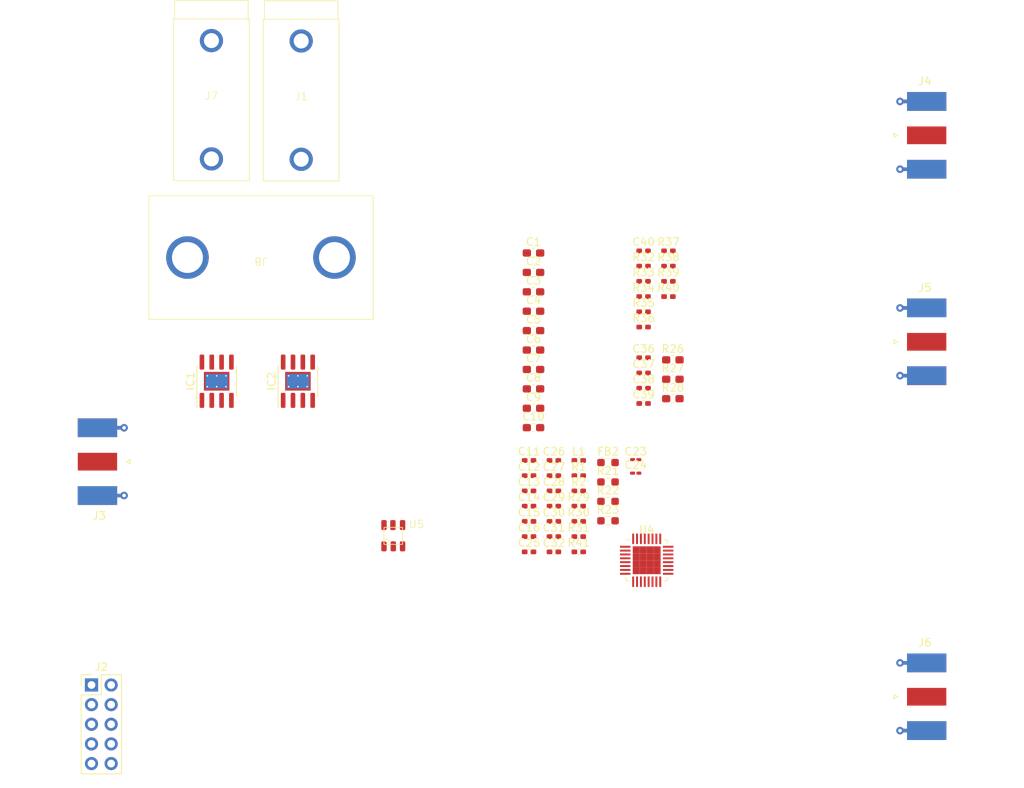
<source format=kicad_pcb>
(kicad_pcb (version 20221018) (generator pcbnew)
  (layers (0 "F.Cu" signal) (31 "B.Cu" signal) (34 "B.Paste" user) (35 "F.Paste" user) (36 "B.SilkS" user "B.Silkscreen") (37 "F.SilkS" user "F.Silkscreen") (38 "B.Mask" user) (39 "F.Mask" user) (44 "Edge.Cuts" user))
  (net 0 "")
  (net 1 "/Connectors/V_DC")
  (net 2 "GND")
  (net 3 "Net-(IC2-BYP)")
  (net 4 "Net-(IC2-VREG)")
  (net 5 "+5V")
  (net 6 "Net-(IC2-REF)")
  (net 7 "Net-(IC1-VREG)")
  (net 8 "Net-(IC1-BYP)")
  (net 9 "+3V3")
  (net 10 "Net-(IC1-REF)")
  (net 11 "Net-(U4-RFoutA+)")
  (net 12 "/ADF5355/RFout1")
  (net 13 "Net-(U4-RFoutB)")
  (net 14 "/ADF5355/RFout3")
  (net 15 "Net-(U4-Vbias)")
  (net 16 "Net-(U4-Vref)")
  (net 17 "Net-(U4-Creg2)")
  (net 18 "Net-(U4-Creg1)")
  (net 19 "Net-(C31-Pad1)")
  (net 20 "/ADF5355/PLL_filter/FilterIn")
  (net 21 "Net-(C36-Pad2)")
  (net 22 "Net-(C38-Pad1)")
  (net 23 "/ADF5355/PLL_filter/FilterOut")
  (net 24 "Net-(U4-Vrf)")
  (net 27 "/Connectors/SPI_MISO")
  (net 28 "/Connectors/SPI_NSS")
  (net 29 "/ADF5355/Vrf")
  (net 30 "Net-(U4-RFoutA-)")
  (net 31 "/ADF5355/RFout2")
  (net 32 "Net-(R2-Pad1)")
  (net 33 "Net-(U4-Rset)")
  (net 34 "/ADF5355/RFin")
  (net 35 "Net-(U4-REFinA)")
  (net 36 "/ADF5355/TCXO/Output")
  (net 37 "Net-(U4-REFinB)")
  (net 38 "/ADF5355/TCXO/~Output")
  (net 39 "Net-(U5-Output)")
  (net 40 "Net-(U5-~Output)")
  (net 41 "/ADF5355/CLK")
  (net 42 "/ADF5355/DATA")
  (net 43 "/ADF5355/LE")
  (net 44 "/ADF5355/CE")
  (net 45 "/ADF5355/ENrf")
  (net 46 "/ADF5355/MUXout")
  (footprint "Resistor_SMD:R_0603_1608Metric_Pad0.98x0.95mm_HandSolder" (layer "F.Cu") (at 133.25 93.645)
    (fp_text reference "R23" (at 0 -1.43) (layer "F.SilkS"))
    (fp_text value "4k7")
    (pad "1" smd roundrect (at -0.9125 0) (size 0.975 0.95) (layers "F.Cu" "F.Paste" "F.Mask") (net 33 "Net-(U4-Rset)"))
    (pad "2" smd roundrect (at 0.9125 0) (size 0.975 0.95) (layers "F.Cu" "F.Paste" "F.Mask") (net 2 "GND"))
  )
  (footprint "ADF5355_footprint_lib:QFN-32_EP_5x5_Pitch0.5mm" (layer "F.Cu") (at 138.25 98.75)
    (fp_text reference "U4" (at 0 -3.95) (layer "F.SilkS"))
    (fp_text value "~")
    (pad "1" smd rect (at -2.775 -1.75 90) (size 0.25 1.35) (layers "F.Cu" "F.Paste" "F.Mask") (net 41 "/ADF5355/CLK"))
    (pad "2" smd rect (at -2.775 -1.25 90) (size 0.25 1.35) (layers "F.Cu" "F.Paste" "F.Mask") (net 42 "/ADF5355/DATA"))
    (pad "3" smd rect (at -2.775 -0.75 90) (size 0.25 1.35) (layers "F.Cu" "F.Paste" "F.Mask") (net 43 "/ADF5355/LE"))
    (pad "4" smd rect (at -2.775 -0.25 90) (size 0.25 1.35) (layers "F.Cu" "F.Paste" "F.Mask") (net 44 "/ADF5355/CE"))
    (pad "5" smd rect (at -2.775 0.25 90) (size 0.25 1.35) (layers "F.Cu" "F.Paste" "F.Mask") (net 9 "+3V3"))
    (pad "6" smd rect (at -2.775 0.75 90) (size 0.25 1.35) (layers "F.Cu" "F.Paste" "F.Mask") (net 5 "+5V"))
    (pad "7" smd rect (at -2.775 1.25 90) (size 0.25 1.35) (layers "F.Cu" "F.Paste" "F.Mask") (net 20 "/ADF5355/PLL_filter/FilterIn"))
    (pad "8" smd rect (at -2.775 1.75 90) (size 0.25 1.35) (layers "F.Cu" "F.Paste" "F.Mask") (net 2 "GND"))
    (pad "9" smd rect (at -1.75 2.775) (size 0.25 1.35) (layers "F.Cu" "F.Paste" "F.Mask") (net 2 "GND"))
    (pad "10" smd rect (at -1.25 2.775) (size 0.25 1.35) (layers "F.Cu" "F.Paste" "F.Mask") (net 24 "Net-(U4-Vrf)"))
    (pad "11" smd rect (at -0.75 2.775) (size 0.25 1.35) (layers "F.Cu" "F.Paste" "F.Mask") (net 11 "Net-(U4-RFoutA+)"))
    (pad "12" smd rect (at -0.25 2.775) (size 0.25 1.35) (layers "F.Cu" "F.Paste" "F.Mask") (net 30 "Net-(U4-RFoutA-)"))
    (pad "13" smd rect (at 0.25 2.775) (size 0.25 1.35) (layers "F.Cu" "F.Paste" "F.Mask") (net 2 "GND"))
    (pad "14" smd rect (at 0.75 2.775) (size 0.25 1.35) (layers "F.Cu" "F.Paste" "F.Mask") (net 13 "Net-(U4-RFoutB)"))
    (pad "15" smd rect (at 1.25 2.775) (size 0.25 1.35) (layers "F.Cu" "F.Paste" "F.Mask") (net 2 "GND"))
    (pad "16" smd rect (at 1.75 2.775) (size 0.25 1.35) (layers "F.Cu" "F.Paste" "F.Mask") (net 9 "+3V3"))
    (pad "17" smd rect (at 2.775 1.75 90) (size 0.25 1.35) (layers "F.Cu" "F.Paste" "F.Mask") (net 5 "+5V"))
    (pad "18" smd rect (at 2.775 1.25 90) (size 0.25 1.35) (layers "F.Cu" "F.Paste" "F.Mask") (net 2 "GND"))
    (pad "19" smd rect (at 2.775 0.75 90) (size 0.25 1.35) (layers "F.Cu" "F.Paste" "F.Mask") (net 5 "+5V"))
    (pad "20" smd rect (at 2.775 0.25 90) (size 0.25 1.35) (layers "F.Cu" "F.Paste" "F.Mask") (net 23 "/ADF5355/PLL_filter/FilterOut"))
    (pad "21" smd rect (at 2.775 -0.25 90) (size 0.25 1.35) (layers "F.Cu" "F.Paste" "F.Mask") (net 2 "GND"))
    (pad "22" smd rect (at 2.775 -0.75 90) (size 0.25 1.35) (layers "F.Cu" "F.Paste" "F.Mask") (net 33 "Net-(U4-Rset)"))
    (pad "23" smd rect (at 2.775 -1.25 90) (size 0.25 1.35) (layers "F.Cu" "F.Paste" "F.Mask") (net 16 "Net-(U4-Vref)"))
    (pad "24" smd rect (at 2.775 -1.75 90) (size 0.25 1.35) (layers "F.Cu" "F.Paste" "F.Mask") (net 15 "Net-(U4-Vbias)"))
    (pad "25" smd rect (at 1.75 -2.775) (size 0.25 1.35) (layers "F.Cu" "F.Paste" "F.Mask") (net 18 "Net-(U4-Creg1)"))
    (pad "26" smd rect (at 1.25 -2.775) (size 0.25 1.35) (layers "F.Cu" "F.Paste" "F.Mask") (net 45 "/ADF5355/ENrf"))
    (pad "27" smd rect (at 0.75 -2.775) (size 0.25 1.35) (layers "F.Cu" "F.Paste" "F.Mask") (net 9 "+3V3"))
    (pad "28" smd rect (at 0.25 -2.775) (size 0.25 1.35) (layers "F.Cu" "F.Paste" "F.Mask") (net 37 "Net-(U4-REFinB)"))
    (pad "29" smd rect (at -0.25 -2.775) (size 0.25 1.35) (layers "F.Cu" "F.Paste" "F.Mask") (net 35 "Net-(U4-REFinA)"))
    (pad "30" smd rect (at -0.75 -2.775) (size 0.25 1.35) (layers "F.Cu" "F.Paste" "F.Mask") (net 46 "/ADF5355/MUXout"))
    (pad "31" smd rect (at -1.25 -2.775) (size 0.25 1.35) (layers "F.Cu" "F.Paste" "F.Mask") (net 2 "GND"))
    (pad "32" smd rect (at -1.75 -2.775) (size 0.25 1.35) (layers "F.Cu" "F.Paste" "F.Mask") (net 17 "Net-(U4-Creg2)"))
    (pad "33" smd rect (at -1.35 -1.35) (size 0.9 0.9) (layers "F.Cu" "F.Paste" "F.Mask"))
    (pad "33" smd rect (at -1.35 -0.45) (size 0.9 0.9) (layers "F.Cu" "F.Paste" "F.Mask"))
    (pad "33" smd rect (at -1.35 0.45) (size 0.9 0.9) (layers "F.Cu" "F.Paste" "F.Mask"))
    (pad "33" smd rect (at -1.35 1.35) (size 0.9 0.9) (layers "F.Cu" "F.Paste" "F.Mask"))
    (pad "33" smd rect (at -0.45 -1.35) (size 0.9 0.9) (layers "F.Cu" "F.Paste" "F.Mask"))
    (pad "33" smd rect (at -0.45 -0.45) (size 0.9 0.9) (layers "F.Cu" "F.Paste" "F.Mask"))
    (pad "33" smd rect (at -0.45 0.45) (size 0.9 0.9) (layers "F.Cu" "F.Paste" "F.Mask"))
    (pad "33" smd rect (at -0.45 1.35) (size 0.9 0.9) (layers "F.Cu" "F.Paste" "F.Mask"))
    (pad "33" smd rect (at 0.45 -1.35) (size 0.9 0.9) (layers "F.Cu" "F.Paste" "F.Mask"))
    (pad "33" smd rect (at 0.45 -0.45) (size 0.9 0.9) (layers "F.Cu" "F.Paste" "F.Mask"))
    (pad "33" smd rect (at 0.45 0.45) (size 0.9 0.9) (layers "F.Cu" "F.Paste" "F.Mask"))
    (pad "33" smd rect (at 0.45 1.35) (size 0.9 0.9) (layers "F.Cu" "F.Paste" "F.Mask"))
    (pad "33" smd rect (at 1.35 -1.35) (size 0.9 0.9) (layers "F.Cu" "F.Paste" "F.Mask"))
    (pad "33" smd rect (at 1.35 -0.45) (size 0.9 0.9) (layers "F.Cu" "F.Paste" "F.Mask"))
    (pad "33" smd rect (at 1.35 0.45) (size 0.9 0.9) (layers "F.Cu" "F.Paste" "F.Mask"))
    (pad "33" smd rect (at 1.35 1.35) (size 0.9 0.9) (layers "F.Cu" "F.Paste" "F.Mask"))
  )
  (footprint "Capacitor_SMD:C_0201_0603Metric_Pad0.64x0.40mm_HandSolder" (layer "F.Cu") (at 136.83 85.735)
    (fp_text reference "C23" (at 0 -1.05) (layer "F.SilkS"))
    (fp_text value "100pF")
    (pad "1" smd roundrect (at -0.4075 0) (size 0.635 0.4) (layers "F.Cu" "F.Mask") (net 11 "Net-(U4-RFoutA+)"))
    (pad "2" smd roundrect (at 0.4075 0) (size 0.635 0.4) (layers "F.Cu" "F.Mask") (net 12 "/ADF5355/RFout1"))
  )
  (footprint "Capacitor_SMD:C_0402_1005Metric_Pad0.74x0.62mm_HandSolder" (layer "F.Cu") (at 129.47 91.755)
    (fp_text reference "R29" (at 0 -1.16) (layer "F.SilkS"))
    (fp_text value "0R")
    (pad "1" smd roundrect (at -0.5675 0) (size 0.735 0.62) (layers "F.Cu" "F.Paste" "F.Mask") (net 34 "/ADF5355/RFin"))
    (pad "2" smd roundrect (at 0.5675 0) (size 0.735 0.62) (layers "F.Cu" "F.Paste" "F.Mask") (net 35 "Net-(U4-REFinA)"))
  )
  (footprint "Capacitor_SMD:C_0603_1608Metric_Pad1.08x0.95mm_HandSolder" (layer "F.Cu") (at 123.62 69.055)
    (fp_text reference "C5" (at 0 -1.43) (layer "F.SilkS"))
    (fp_text value "10uF")
    (pad "1" smd roundrect (at -0.8625 0) (size 1.075 0.95) (layers "F.Cu" "F.Paste" "F.Mask") (net 6 "Net-(IC2-REF)"))
    (pad "2" smd roundrect (at 0.8625 0) (size 1.075 0.95) (layers "F.Cu" "F.Paste" "F.Mask") (net 2 "GND"))
  )
  (footprint "Capacitor_SMD:C_0603_1608Metric_Pad1.08x0.95mm_HandSolder" (layer "F.Cu") (at 123.62 76.585)
    (fp_text reference "C8" (at 0 -1.43) (layer "F.SilkS"))
    (fp_text value "10uF")
    (pad "1" smd roundrect (at -0.8625 0) (size 1.075 0.95) (layers "F.Cu" "F.Paste" "F.Mask") (net 9 "+3V3"))
    (pad "2" smd roundrect (at 0.8625 0) (size 1.075 0.95) (layers "F.Cu" "F.Paste" "F.Mask") (net 2 "GND"))
  )
  (footprint "Capacitor_SMD:C_0402_1005Metric_Pad0.74x0.62mm_HandSolder" (layer "F.Cu") (at 137.85 66.625)
    (fp_text reference "R35" (at 0 -1.16) (layer "F.SilkS"))
    (fp_text value "50R")
    (pad "1" smd roundrect (at -0.5675 0) (size 0.735 0.62) (layers "F.Cu" "F.Paste" "F.Mask") (net 38 "/ADF5355/TCXO/~Output"))
    (pad "2" smd roundrect (at 0.5675 0) (size 0.735 0.62) (layers "F.Cu" "F.Paste" "F.Mask") (net 2 "GND"))
  )
  (footprint "Capacitor_SMD:C_0402_1005Metric_Pad0.74x0.62mm_HandSolder" (layer "F.Cu") (at 129.47 95.695)
    (fp_text reference "R31" (at 0 -1.16) (layer "F.SilkS"))
    (fp_text value "0R")
    (pad "1" smd roundrect (at -0.5675 0) (size 0.735 0.62) (layers "F.Cu" "F.Paste" "F.Mask") (net 37 "Net-(U4-REFinB)"))
    (pad "2" smd roundrect (at 0.5675 0) (size 0.735 0.62) (layers "F.Cu" "F.Paste" "F.Mask") (net 38 "/ADF5355/TCXO/~Output"))
  )
  (footprint "Capacitor_SMD:C_0402_1005Metric_Pad0.74x0.62mm_HandSolder" (layer "F.Cu") (at 123.05 93.725)
    (fp_text reference "C15" (at 0 -1.16) (layer "F.SilkS"))
    (fp_text value "100nF")
    (pad "1" smd roundrect (at -0.5675 0) (size 0.735 0.62) (layers "F.Cu" "F.Paste" "F.Mask") (net 5 "+5V"))
    (pad "2" smd roundrect (at 0.5675 0) (size 0.735 0.62) (layers "F.Cu" "F.Paste" "F.Mask") (net 2 "GND"))
  )
  (footprint "Package_SO:SOIC-8-1EP_3.9x4.9mm_P1.27mm_EP2.41x3.3mm_ThermalVias" (layer "F.Cu") (at 82.675 75.6 90)
    (fp_text reference "IC1" (at 0 -3.4 90) (layer "F.SilkS"))
    (fp_text value "ADM7150ARPZ-3.3")
    (pad "1" smd roundrect (at -2.475 -1.905 90) (size 1.95 0.6) (layers "F.Cu" "F.Paste" "F.Mask") (net 7 "Net-(IC1-VREG)"))
    (pad "2" smd roundrect (at -2.475 -0.635 90) (size 1.95 0.6) (layers "F.Cu" "F.Paste" "F.Mask") (net 9 "+3V3"))
    (pad "3" smd roundrect (at -2.475 0.635 90) (size 1.95 0.6) (layers "F.Cu" "F.Paste" "F.Mask") (net 8 "Net-(IC1-BYP)"))
    (pad "4" smd roundrect (at -2.475 1.905 90) (size 1.95 0.6) (layers "F.Cu" "F.Paste" "F.Mask") (net 2 "GND"))
    (pad "5" smd roundrect (at 2.475 1.905 90) (size 1.95 0.6) (layers "F.Cu" "F.Paste" "F.Mask") (net 10 "Net-(IC1-REF)"))
    (pad "6" smd roundrect (at 2.475 0.635 90) (size 1.95 0.6) (layers "F.Cu" "F.Paste" "F.Mask") (net 10 "Net-(IC1-REF)"))
    (pad "7" smd roundrect (at 2.475 -0.635 90) (size 1.95 0.6) (layers "F.Cu" "F.Paste" "F.Mask") (net 1 "/Connectors/V_DC"))
    (pad "8" smd roundrect (at 2.475 -1.905 90) (size 1.95 0.6) (layers "F.Cu" "F.Paste" "F.Mask") (net 1 "/Connectors/V_DC"))
    (pad "9" thru_hole circle (at -0.7 -1.2 90) (size 0.5 0.5) (drill 0.2) (layers "*.Cu") (net 2 "GND"))
    (pad "9" thru_hole circle (at -0.7 0 90) (size 0.5 0.5) (drill 0.2) (layers "*.Cu") (net 2 "GND"))
    (pad "9" thru_hole circle (at -0.7 1.2 90) (size 0.5 0.5) (drill 0.2) (layers "*.Cu") (net 2 "GND"))
    (pad "9" smd rect (at 0 0 90) (size 1.9 2.9) (layers "B.Cu") (net 2 "GND"))
    (pad "9" smd rect (at 0 0 90) (size 2.41 3.3) (layers "F.Cu" "F.Mask") (net 2 "GND"))
    (pad "9" thru_hole circle (at 0.7 -1.2 90) (size 0.5 0.5) (drill 0.2) (layers "*.Cu") (net 2 "GND"))
    (pad "9" thru_hole circle (at 0.7 0 90) (size 0.5 0.5) (drill 0.2) (layers "*.Cu") (net 2 "GND"))
    (pad "9" thru_hole circle (at 0.7 1.2 90) (size 0.5 0.5) (drill 0.2) (layers "*.Cu") (net 2 "GND"))
  )
  (footprint "Capacitor_SMD:C_0402_1005Metric_Pad0.74x0.62mm_HandSolder" (layer "F.Cu") (at 137.85 72.565)
    (fp_text reference "C36" (at 0 -1.16) (layer "F.SilkS"))
    (fp_text value "470nF")
    (pad "1" smd roundrect (at -0.5675 0) (size 0.735 0.62) (layers "F.Cu" "F.Paste" "F.Mask") (net 20 "/ADF5355/PLL_filter/FilterIn"))
    (pad "2" smd roundrect (at 0.5675 0) (size 0.735 0.62) (layers "F.Cu" "F.Paste" "F.Mask") (net 21 "Net-(C36-Pad2)"))
  )
  (footprint "Capacitor_SMD:C_0402_1005Metric_Pad0.74x0.62mm_HandSolder" (layer "F.Cu") (at 126.26 87.815)
    (fp_text reference "C27" (at 0 -1.16) (layer "F.SilkS"))
    (fp_text value "100nF")
    (pad "1" smd roundrect (at -0.5675 0) (size 0.735 0.62) (layers "F.Cu" "F.Paste" "F.Mask") (net 16 "Net-(U4-Vref)"))
    (pad "2" smd roundrect (at 0.5675 0) (size 0.735 0.62) (layers "F.Cu" "F.Paste" "F.Mask") (net 2 "GND"))
  )
  (footprint "Capacitor_SMD:C_0603_1608Metric_Pad1.08x0.95mm_HandSolder" (layer "F.Cu") (at 141.63 75.345)
    (fp_text reference "R27" (at 0 -1.43) (layer "F.SilkS"))
    (fp_text value "470R")
    (pad "1" smd roundrect (at -0.8625 0) (size 1.075 0.95) (layers "F.Cu" "F.Paste" "F.Mask") (net 20 "/ADF5355/PLL_filter/FilterIn"))
    (pad "2" smd roundrect (at 0.8625 0) (size 1.075 0.95) (layers "F.Cu" "F.Paste" "F.Mask") (net 22 "Net-(C38-Pad1)"))
  )
  (footprint "Resistor_SMD:R_0603_1608Metric_Pad0.98x0.95mm_HandSolder" (layer "F.Cu") (at 133.25 88.625)
    (fp_text reference "R21" (at 0 -1.43) (layer "F.SilkS"))
    (fp_text value "100R")
    (pad "1" smd roundrect (at -0.9125 0) (size 0.975 0.95) (layers "F.Cu" "F.Paste" "F.Mask") (net 32 "Net-(R2-Pad1)"))
    (pad "2" smd roundrect (at 0.9125 0) (size 0.975 0.95) (layers "F.Cu" "F.Paste" "F.Mask") (net 2 "GND"))
  )
  (footprint "ADF5355:deltron-571-0500-4mm-90deg-single-socket" (layer "F.Cu") (at 82 39.2)
    (fp_text reference "J7" (at 0 -0.5 unlocked) (layer "F.SilkS") (effects (font (thickness 0.1))))
    (fp_text value "Conn_01x01")
    (pad "1" thru_hole circle (at 0 -7.65) (size 3 3) (drill 1.94) (layers "*.Cu" "*.Mask") (net 2 "GND"))
    (pad "1" thru_hole circle (at 0 7.65) (size 3 3) (drill 1.94) (layers "*.Cu" "*.Mask") (net 2 "GND"))
  )
  (footprint "Capacitor_SMD:C_0402_1005Metric_Pad0.74x0.62mm_HandSolder" (layer "F.Cu") (at 126.26 89.785)
    (fp_text reference "C28" (at 0 -1.16) (layer "F.SilkS"))
    (fp_text value "10pF")
    (pad "1" smd roundrect (at -0.5675 0) (size 0.735 0.62) (layers "F.Cu" "F.Paste" "F.Mask") (net 16 "Net-(U4-Vref)"))
    (pad "2" smd roundrect (at 0.5675 0) (size 0.735 0.62) (layers "F.Cu" "F.Paste" "F.Mask") (net 2 "GND"))
  )
  (footprint "Package_SO:SOIC-8-1EP_3.9x4.9mm_P1.27mm_EP2.41x3.3mm_ThermalVias" (layer "F.Cu") (at 93.175 75.6 90)
    (fp_text reference "IC2" (at 0 -3.4 90) (layer "F.SilkS"))
    (fp_text value "ADM7150ARDZ-5.0")
    (pad "1" smd roundrect (at -2.475 -1.905 90) (size 1.95 0.6) (layers "F.Cu" "F.Paste" "F.Mask") (net 4 "Net-(IC2-VREG)"))
    (pad "2" smd roundrect (at -2.475 -0.635 90) (size 1.95 0.6) (layers "F.Cu" "F.Paste" "F.Mask") (net 5 "+5V"))
    (pad "3" smd roundrect (at -2.475 0.635 90) (size 1.95 0.6) (layers "F.Cu" "F.Paste" "F.Mask") (net 3 "Net-(IC2-BYP)"))
    (pad "4" smd roundrect (at -2.475 1.905 90) (size 1.95 0.6) (layers "F.Cu" "F.Paste" "F.Mask") (net 2 "GND"))
    (pad "5" smd roundrect (at 2.475 1.905 90) (size 1.95 0.6) (layers "F.Cu" "F.Paste" "F.Mask") (net 6 "Net-(IC2-REF)"))
    (pad "6" smd roundrect (at 2.475 0.635 90) (size 1.95 0.6) (layers "F.Cu" "F.Paste" "F.Mask") (net 6 "Net-(IC2-REF)"))
    (pad "7" smd roundrect (at 2.475 -0.635 90) (size 1.95 0.6) (layers "F.Cu" "F.Paste" "F.Mask") (net 1 "/Connectors/V_DC"))
    (pad "8" smd roundrect (at 2.475 -1.905 90) (size 1.95 0.6) (layers "F.Cu" "F.Paste" "F.Mask") (net 1 "/Connectors/V_DC"))
    (pad "9" thru_hole circle (at -0.7 -1.2 90) (size 0.5 0.5) (drill 0.2) (layers "*.Cu") (net 2 "GND"))
    (pad "9" thru_hole circle (at -0.7 0 90) (size 0.5 0.5) (drill 0.2) (layers "*.Cu") (net 2 "GND"))
    (pad "9" thru_hole circle (at -0.7 1.2 90) (size 0.5 0.5) (drill 0.2) (layers "*.Cu") (net 2 "GND"))
    (pad "9" smd rect (at 0 0 90) (size 1.9 2.9) (layers "B.Cu") (net 2 "GND"))
    (pad "9" smd rect (at 0 0 90) (size 2.41 3.3) (layers "F.Cu" "F.Mask") (net 2 "GND"))
    (pad "9" thru_hole circle (at 0.7 -1.2 90) (size 0.5 0.5) (drill 0.2) (layers "*.Cu") (net 2 "GND"))
    (pad "9" thru_hole circle (at 0.7 0 90) (size 0.5 0.5) (drill 0.2) (layers "*.Cu") (net 2 "GND"))
    (pad "9" thru_hole circle (at 0.7 1.2 90) (size 0.5 0.5) (drill 0.2) (layers "*.Cu") (net 2 "GND"))
  )
  (footprint "Connector_Coaxial:SMA_Molex_73251-1153_EdgeMount_Horizontal" (layer "F.Cu") (at 172.71 70.5 180)
    (fp_text reference "J5" (at -1.5 7) (layer "F.SilkS"))
    (fp_text value "Conn_Coaxial")
    (pad "1" smd rect (at -1.72 0 180) (size 5.08 2.29) (layers "F.Cu" "F.Paste" "F.Mask") (net 31 "/ADF5355/RFout2"))
    (pad "2" smd rect (at -1.72 -4.38 180) (size 5.08 2.42) (layers "F.Cu" "F.Paste" "F.Mask") (net 2 "GND"))
    (pad "2" smd rect (at -1.72 -4.38 180) (size 5.08 2.42) (layers "B.Cu" "B.Paste" "B.Mask") (net 2 "GND"))
    (pad "2" smd rect (at -1.72 4.38 180) (size 5.08 2.42) (layers "F.Cu" "F.Paste" "F.Mask") (net 2 "GND"))
    (pad "2" smd rect (at -1.72 4.38 180) (size 5.08 2.42) (layers "B.Cu" "B.Paste" "B.Mask") (net 2 "GND"))
    (pad "2" smd rect (at 1.27 -4.38 180) (size 0.95 0.46) (layers "F.Cu") (net 2 "GND"))
    (pad "2" smd rect (at 1.27 -4.38 180) (size 0.95 0.46) (layers "B.Cu") (net 2 "GND"))
    (pad "2" smd rect (at 1.27 4.38 180) (size 0.95 0.46) (layers "F.Cu") (net 2 "GND"))
    (pad "2" smd rect (at 1.27 4.38 180) (size 0.95 0.46) (layers "B.Cu") (net 2 "GND"))
    (pad "2" thru_hole circle (at 1.72 -4.38 180) (size 0.97 0.97) (drill 0.46) (layers "*.Cu") (net 2 "GND"))
    (pad "2" thru_hole circle (at 1.72 4.38 180) (size 0.97 0.97) (drill 0.46) (layers "*.Cu") (net 2 "GND"))
  )
  (footprint "Connector_Coaxial:SMA_Molex_73251-1153_EdgeMount_Horizontal" (layer "F.Cu") (at 172.71 116.4 180)
    (fp_text reference "J6" (at -1.5 7) (layer "F.SilkS"))
    (fp_text value "Conn_Coaxial")
    (pad "1" smd rect (at -1.72 0 180) (size 5.08 2.29) (layers "F.Cu" "F.Paste" "F.Mask") (net 14 "/ADF5355/RFout3"))
    (pad "2" smd rect (at -1.72 -4.38 180) (size 5.08 2.42) (layers "F.Cu" "F.Paste" "F.Mask") (net 2 "GND"))
    (pad "2" smd rect (at -1.72 -4.38 180) (size 5.08 2.42) (layers "B.Cu" "B.Paste" "B.Mask") (net 2 "GND"))
    (pad "2" smd rect (at -1.72 4.38 180) (size 5.08 2.42) (layers "F.Cu" "F.Paste" "F.Mask") (net 2 "GND"))
    (pad "2" smd rect (at -1.72 4.38 180) (size 5.08 2.42) (layers "B.Cu" "B.Paste" "B.Mask") (net 2 "GND"))
    (pad "2" smd rect (at 1.27 -4.38 180) (size 0.95 0.46) (layers "F.Cu") (net 2 "GND"))
    (pad "2" smd rect (at 1.27 -4.38 180) (size 0.95 0.46) (layers "B.Cu") (net 2 "GND"))
    (pad "2" smd rect (at 1.27 4.38 180) (size 0.95 0.46) (layers "F.Cu") (net 2 "GND"))
    (pad "2" smd rect (at 1.27 4.38 180) (size 0.95 0.46) (layers "B.Cu") (net 2 "GND"))
    (pad "2" thru_hole circle (at 1.72 -4.38 180) (size 0.97 0.97) (drill 0.46) (layers "*.Cu") (net 2 "GND"))
    (pad "2" thru_hole circle (at 1.72 4.38 180) (size 0.97 0.97) (drill 0.46) (layers "*.Cu") (net 2 "GND"))
  )
  (footprint "Capacitor_SMD:C_0402_1005Metric_Pad0.74x0.62mm_HandSolder" (layer "F.Cu") (at 137.85 68.595)
    (fp_text reference "R36" (at 0 -1.16) (layer "F.SilkS"))
    (fp_text value "100R")
    (pad "1" smd roundrect (at -0.5675 0) (size 0.735 0.62) (layers "F.Cu" "F.Paste" "F.Mask") (net 38 "/ADF5355/TCXO/~Output"))
    (pad "2" smd roundrect (at 0.5675 0) (size 0.735 0.62) (layers "F.Cu" "F.Paste" "F.Mask") (net 36 "/ADF5355/TCXO/Output"))
  )
  (footprint "Capacitor_SMD:C_0603_1608Metric_Pad1.08x0.95mm_HandSolder" (layer "F.Cu") (at 123.62 81.605)
    (fp_text reference "C10" (at 0 -1.43) (layer "F.SilkS"))
    (fp_text value "10uF")
    (pad "1" smd roundrect (at -0.8625 0) (size 1.075 0.95) (layers "F.Cu" "F.Paste" "F.Mask") (net 10 "Net-(IC1-REF)"))
    (pad "2" smd roundrect (at 0.8625 0) (size 1.075 0.95) (layers "F.Cu" "F.Paste" "F.Mask") (net 2 "GND"))
  )
  (footprint "ADF5355:AX3_XO" (layer "F.Cu") (at 105.5 95.5)
    (fp_text reference "U5" (at 3 -1.4 unlocked) (layer "F.SilkS") (effects (font (thickness 0.1))))
    (fp_text value "~")
    (pad "1" smd roundrect (at -1.2 1.45) (size 0.7 1.3) (layers "F.Cu" "F.Paste" "F.Mask") (net 9 "+3V3"))
    (pad "2" smd roundrect (at 0 1.45) (size 0.7 1.3) (layers "F.Cu" "F.Paste" "F.Mask"))
    (pad "3" smd roundrect (at 1.2 1.45) (size 0.7 1.3) (layers "F.Cu" "F.Paste" "F.Mask") (net 2 "GND"))
    (pad "4" smd roundrect (at 1.2 -1.3) (size 0.7 1.3) (layers "F.Cu" "F.Paste" "F.Mask") (net 39 "Net-(U5-Output)"))
    (pad "5" smd roundrect (at -0.05 -1.3) (size 0.7 1.3) (layers "F.Cu" "F.Paste" "F.Mask") (net 40 "Net-(U5-~Output)"))
    (pad "6" smd roundrect (at -1.2 -1.3) (size 0.7 1.3) (layers "F.Cu" "F.Paste" "F.Mask") (net 9 "+3V3"))
  )
  (footprint "Capacitor_SMD:C_0603_1608Metric_Pad1.08x0.95mm_HandSolder" (layer "F.Cu") (at 123.62 66.545)
    (fp_text reference "C4" (at 0 -1.43) (layer "F.SilkS"))
    (fp_text value "10uF")
    (pad "1" smd roundrect (at -0.8625 0) (size 1.075 0.95) (layers "F.Cu" "F.Paste" "F.Mask") (net 5 "+5V"))
    (pad "2" smd roundrect (at 0.8625 0) (size 1.075 0.95) (layers "F.Cu" "F.Paste" "F.Mask") (net 2 "GND"))
  )
  (footprint "Capacitor_SMD:C_0402_1005Metric_Pad0.74x0.62mm_HandSolder" (layer "F.Cu") (at 126.26 85.845)
    (fp_text reference "C26" (at 0 -1.16) (layer "F.SilkS"))
    (fp_text value "10pF")
    (pad "1" smd roundrect (at -0.5675 0) (size 0.735 0.62) (layers "F.Cu" "F.Paste" "F.Mask") (net 15 "Net-(U4-Vbias)"))
    (pad "2" smd roundrect (at 0.5675 0) (size 0.735 0.62) (layers "F.Cu" "F.Paste" "F.Mask") (net 2 "GND"))
  )
  (footprint "Resistor_SMD:R_0603_1608Metric_Pad0.98x0.95mm_HandSolder" (layer "F.Cu") (at 133.25 91.135)
    (fp_text reference "R22" (at 0 -1.43) (layer "F.SilkS"))
    (fp_text value "100R")
    (pad "1" smd roundrect (at -0.9125 0) (size 0.975 0.95) (layers "F.Cu" "F.Paste" "F.Mask") (net 32 "Net-(R2-Pad1)"))
    (pad "2" smd roundrect (at 0.9125 0) (size 0.975 0.95) (layers "F.Cu" "F.Paste" "F.Mask") (net 2 "GND"))
  )
  (footprint "Capacitor_SMD:C_0603_1608Metric_Pad1.08x0.95mm_HandSolder" (layer "F.Cu") (at 141.63 72.835)
    (fp_text reference "R26" (at 0 -1.43) (layer "F.SilkS"))
    (fp_text value "220R")
    (pad "1" smd roundrect (at -0.8625 0) (size 1.075 0.95) (layers "F.Cu" "F.Paste" "F.Mask") (net 21 "Net-(C36-Pad2)"))
    (pad "2" smd roundrect (at 0.8625 0) (size 1.075 0.95) (layers "F.Cu" "F.Paste" "F.Mask") (net 2 "GND"))
  )
  (footprint "Connector_PinHeader_2.54mm:PinHeader_2x05_P2.54mm_Vertical" (layer "F.Cu") (at 66.5 114.88)
    (fp_text reference "J2" (at 1.27 -2.33) (layer "F.SilkS"))
    (fp_text value "Conn_02x05_Odd_Even")
    (pad "1" thru_hole rect (at 0 0) (size 1.7 1.7) (drill 1) (layers "*.Cu" "*.Mask"))
    (pad "2" thru_hole oval (at 2.54 0) (size 1.7 1.7) (drill 1) (layers "*.Cu" "*.Mask"))
    (pad "3" thru_hole oval (at 0 2.54) (size 1.7 1.7) (drill 1) (layers "*.Cu" "*.Mask") (net 42 "/ADF5355/DATA"))
    (pad "4" thru_hole oval (at 2.54 2.54) (size 1.7 1.7) (drill 1) (layers "*.Cu" "*.Mask") (net 46 "/ADF5355/MUXout"))
    (pad "5" thru_hole oval (at 0 5.08) (size 1.7 1.7) (drill 1) (layers "*.Cu" "*.Mask") (net 27 "/Connectors/SPI_MISO"))
    (pad "6" thru_hole oval (at 2.54 5.08) (size 1.7 1.7) (drill 1) (layers "*.Cu" "*.Mask") (net 45 "/ADF5355/ENrf"))
    (pad "7" thru_hole oval (at 0 7.62) (size 1.7 1.7) (drill 1) (layers "*.Cu" "*.Mask") (net 41 "/ADF5355/CLK"))
    (pad "8" thru_hole oval (at 2.54 7.62) (size 1.7 1.7) (drill 1) (layers "*.Cu" "*.Mask") (net 44 "/ADF5355/CE"))
    (pad "9" thru_hole oval (at 0 10.16) (size 1.7 1.7) (drill 1) (layers "*.Cu" "*.Mask") (net 28 "/Connectors/SPI_NSS"))
    (pad "10" thru_hole oval (at 2.54 10.16) (size 1.7 1.7) (drill 1) (layers "*.Cu" "*.Mask") (net 43 "/ADF5355/LE"))
  )
  (footprint "Capacitor_SMD:C_0402_1005Metric_Pad0.74x0.62mm_HandSolder" (layer "F.Cu") (at 137.85 74.535)
    (fp_text reference "C37" (at 0 -1.16) (layer "F.SilkS"))
    (fp_text value "22nF")
    (pad "1" smd roundrect (at -0.5675 0) (size 0.735 0.62) (layers "F.Cu" "F.Paste" "F.Mask") (net 20 "/ADF5355/PLL_filter/FilterIn"))
    (pad "2" smd roundrect (at 0.5675 0) (size 0.735 0.62) (layers "F.Cu" "F.Paste" "F.Mask") (net 2 "GND"))
  )
  (footprint "Capacitor_SMD:C_0402_1005Metric_Pad0.74x0.62mm_HandSolder" (layer "F.Cu") (at 123.05 87.815)
    (fp_text reference "C12" (at 0 -1.16) (layer "F.SilkS"))
    (fp_text value "100nF")
    (pad "1" smd roundrect (at -0.5675 0) (size 0.735 0.62) (layers "F.Cu" "F.Paste" "F.Mask") (net 9 "+3V3"))
    (pad "2" smd roundrect (at 0.5675 0) (size 0.735 0.62) (layers "F.Cu" "F.Paste" "F.Mask") (net 2 "GND"))
  )
  (footprint "Capacitor_SMD:C_0402_1005Metric_Pad0.74x0.62mm_HandSolder" (layer "F.Cu") (at 126.26 97.665)
    (fp_text reference "C32" (at 0 -1.16) (layer "F.SilkS"))
    (fp_text value "10pF")
    (pad "1" smd roundrect (at -0.5675 0) (size 0.735 0.62) (layers "F.Cu" "F.Paste" "F.Mask") (net 19 "Net-(C31-Pad1)"))
    (pad "2" smd roundrect (at 0.5675 0) (size 0.735 0.62) (layers "F.Cu" "F.Paste" "F.Mask") (net 2 "GND"))
  )
  (footprint "Capacitor_SMD:C_0603_1608Metric_Pad1.08x0.95mm_HandSolder" (layer "F.Cu") (at 123.62 71.565)
    (fp_text reference "C6" (at 0 -1.43) (layer "F.SilkS"))
    (fp_text value "10uF")
    (pad "1" smd roundrect (at -0.8625 0) (size 1.075 0.95) (layers "F.Cu" "F.Paste" "F.Mask") (net 2 "GND"))
    (pad "2" smd roundrect (at 0.8625 0) (size 1.075 0.95) (layers "F.Cu" "F.Paste" "F.Mask") (net 7 "Net-(IC1-VREG)"))
  )
  (footprint "Capacitor_SMD:C_0402_1005Metric_Pad0.74x0.62mm_HandSolder" (layer "F.Cu") (at 141.06 58.745)
    (fp_text reference "R37" (at 0 -1.16) (layer "F.SilkS"))
    (fp_text value "127R")
    (pad "1" smd roundrect (at -0.5675 0) (size 0.735 0.62) (layers "F.Cu" "F.Paste" "F.Mask") (net 9 "+3V3"))
    (pad "2" smd roundrect (at 0.5675 0) (size 0.735 0.62) (layers "F.Cu" "F.Paste" "F.Mask") (net 36 "/ADF5355/TCXO/Output"))
  )
  (footprint "Capacitor_SMD:C_0402_1005Metric_Pad0.74x0.62mm_HandSolder" (layer "F.Cu") (at 141.06 60.715)
    (fp_text reference "R38" (at 0 -1.16) (layer "F.SilkS"))
    (fp_text value "82R5")
    (pad "1" smd roundrect (at -0.5675 0) (size 0.735 0.62) (layers "F.Cu" "F.Paste" "F.Mask") (net 36 "/ADF5355/TCXO/Output"))
    (pad "2" smd roundrect (at 0.5675 0) (size 0.735 0.62) (layers "F.Cu" "F.Paste" "F.Mask") (net 2 "GND"))
  )
  (footprint "ADF5355:d2269_100-1512192" (layer "F.Cu") (at 88.4 59.6 180)
    (fp_text reference "J8" (at 0 -0.5 180 unlocked) (layer "F.SilkS") (effects (font (thickness 0.1))))
    (fp_text value "Conn_01x02")
    (pad "1" thru_hole circle (at -9.5 0 180) (size 5.5 5.5) (drill 4) (layers "*.Cu" "*.Mask") (net 1 "/Connectors/V_DC"))
    (pad "2" thru_hole circle (at 9.5 0 180) (size 5.5 5.5) (drill 4) (layers "*.Cu" "*.Mask") (net 2 "GND"))
  )
  (footprint "Capacitor_SMD:C_0402_1005Metric_Pad0.74x0.62mm_HandSolder" (layer "F.Cu") (at 126.26 95.695)
    (fp_text reference "C31" (at 0 -1.16) (layer "F.SilkS"))
    (fp_text value "100nF")
    (pad "1" smd roundrect (at -0.5675 0) (size 0.735 0.62) (layers "F.Cu" "F.Paste" "F.Mask") (net 19 "Net-(C31-Pad1)"))
    (pad "2" smd roundrect (at 0.5675 0) (size 0.735 0.62) (layers "F.Cu" "F.Paste" "F.Mask") (net 2 "GND"))
  )
  (footprint "Capacitor_SMD:C_0402_1005Metric_Pad0.74x0.62mm_HandSolder" (layer "F.Cu") (at 129.47 97.665)
    (fp_text reference "R41" (at 0 -1.16) (layer "F.SilkS"))
    (fp_text value "0R")
    (pad "1" smd roundrect (at -0.5675 0) (size 0.735 0.62) (layers "F.Cu" "F.Paste" "F.Mask") (net 19 "Net-(C31-Pad1)"))
    (pad "2" smd roundrect (at 0.5675 0) (size 0.735 0.62) (layers "F.Cu" "F.Paste" "F.Mask") (net 37 "Net-(U4-REFinB)"))
  )
  (footprint "Capacitor_SMD:C_0402_1005Metric_Pad0.74x0.62mm_HandSolder" (layer "F.Cu") (at 137.85 76.505)
    (fp_text reference "C38" (at 0 -1.16) (layer "F.SilkS"))
    (fp_text value "1nF")
    (pad "1" smd roundrect (at -0.5675 0) (size 0.735 0.62) (layers "F.Cu" "F.Paste" "F.Mask") (net 22 "Net-(C38-Pad1)"))
    (pad "2" smd roundrect (at 0.5675 0) (size 0.735 0.62) (layers "F.Cu" "F.Paste" "F.Mask") (net 2 "GND"))
  )
  (footprint "Capacitor_SMD:C_0402_1005Metric_Pad0.74x0.62mm_HandSolder" (layer "F.Cu") (at 137.85 78.475)
    (fp_text reference "C39" (at 0 -1.16) (layer "F.SilkS"))
    (fp_text value "10pF")
    (pad "1" smd roundrect (at -0.5675 0) (size 0.735 0.62) (layers "F.Cu" "F.Paste" "F.Mask") (net 23 "/ADF5355/PLL_filter/FilterOut"))
    (pad "2" smd roundrect (at 0.5675 0) (size 0.735 0.62) (layers "F.Cu" "F.Paste" "F.Mask") (net 2 "GND"))
  )
  (footprint "Capacitor_SMD:C_0402_1005Metric_Pad0.74x0.62mm_HandSolder" (layer "F.Cu") (at 141.06 62.685)
    (fp_text reference "R39" (at 0 -1.16) (layer "F.SilkS"))
    (fp_text value "127R")
    (pad "1" smd roundrect (at -0.5675 0) (size 0.735 0.62) (layers "F.Cu" "F.Paste" "F.Mask") (net 9 "+3V3"))
    (pad "2" smd roundrect (at 0.5675 0) (size 0.735 0.62) (layers "F.Cu" "F.Paste" "F.Mask") (net 38 "/ADF5355/TCXO/~Output"))
  )
  (footprint "Capacitor_SMD:C_0402_1005Metric_Pad0.74x0.62mm_HandSolder" (layer "F.Cu") (at 126.26 93.725)
    (fp_text reference "C30" (at 0 -1.16) (layer "F.SilkS"))
    (fp_text value "100nF")
    (pad "1" smd roundrect (at -0.5675 0) (size 0.735 0.62) (layers "F.Cu" "F.Paste" "F.Mask") (net 18 "Net-(U4-Creg1)"))
    (pad "2" smd roundrect (at 0.5675 0) (size 0.735 0.62) (layers "F.Cu" "F.Paste" "F.Mask") (net 2 "GND"))
  )
  (footprint "Capacitor_SMD:C_0402_1005Metric_Pad0.74x0.62mm_HandSolder" (layer "F.Cu") (at 137.85 60.715)
    (fp_text reference "R32" (at 0 -1.16) (layer "F.SilkS"))
    (fp_text value "33R")
    (pad "1" smd roundrect (at -0.5675 0) (size 0.735 0.62) (layers "F.Cu" "F.Paste" "F.Mask") (net 36 "/ADF5355/TCXO/Output"))
    (pad "2" smd roundrect (at 0.5675 0) (size 0.735 0.62) (layers "F.Cu" "F.Paste" "F.Mask") (net 39 "Net-(U5-Output)"))
  )
  (footprint "Capacitor_SMD:C_0402_1005Metric_Pad0.74x0.62mm_HandSolder" (layer "F.Cu") (at 129.47 87.815)
    (fp_text reference "R1" (at 0 -1.16) (layer "F.SilkS"))
    (fp_text value "0R")
    (pad "1" smd roundrect (at -0.5675 0) (size 0.735 0.62) (layers "F.Cu" "F.Paste" "F.Mask") (net 30 "Net-(U4-RFoutA-)"))
    (pad "2" smd roundrect (at 0.5675 0) (size 0.735 0.62) (layers "F.Cu" "F.Paste" "F.Mask") (net 31 "/ADF5355/RFout2"))
  )
  (footprint "Capacitor_SMD:C_0402_1005Metric_Pad0.74x0.62mm_HandSolder" (layer "F.Cu") (at 123.05 89.785)
    (fp_text reference "C13" (at 0 -1.16) (layer "F.SilkS"))
    (fp_text value "100nF")
    (pad "1" smd roundrect (at -0.5675 0) (size 0.735 0.62) (layers "F.Cu" "F.Paste" "F.Mask") (net 9 "+3V3"))
    (pad "2" smd roundrect (at 0.5675 0) (size 0.735 0.62) (layers "F.Cu" "F.Paste" "F.Mask") (net 2 "GND"))
  )
  (footprint "ADF5355:deltron-571-0500-4mm-90deg-single-socket" (layer "F.Cu") (at 93.6 39.25)
    (fp_text reference "J1" (at 0 -0.5 unlocked) (layer "F.SilkS") (effects (font (thickness 0.1))))
    (fp_text value "Conn_01x01")
    (pad "1" thru_hole circle (at 0 -7.65) (size 3 3) (drill 1.94) (layers "*.Cu" "*.Mask") (net 1 "/Connectors/V_DC"))
    (pad "1" thru_hole circle (at 0 7.65) (size 3 3) (drill 1.94) (layers "*.Cu" "*.Mask") (net 1 "/Connectors/V_DC"))
  )
  (footprint "Resistor_SMD:R_0603_1608Metric_Pad0.98x0.95mm_HandSolder" (layer "F.Cu") (at 133.25 86.115)
    (fp_text reference "FB2" (at 0 -1.43) (layer "F.SilkS"))
    (fp_text value "FerriteBead")
    (pad "1" smd roundrect (at -0.9125 0) (size 0.975 0.95) (layers "F.Cu" "F.Paste" "F.Mask") (net 24 "Net-(U4-Vrf)"))
    (pad "2" smd roundrect (at 0.9125 0) (size 0.975 0.95) (layers "F.Cu" "F.Paste" "F.Mask") (net 9 "+3V3"))
  )
  (footprint "Capacitor_SMD:C_0402_1005Metric_Pad0.74x0.62mm_HandSolder" (layer "F.Cu") (at 123.05 85.845)
    (fp_text reference "C11" (at 0 -1.16) (layer "F.SilkS"))
    (fp_text value "100nF")
    (pad "1" smd roundrect (at -0.5675 0) (size 0.735 0.62) (layers "F.Cu" "F.Paste" "F.Mask") (net 9 "+3V3"))
    (pad "2" smd roundrect (at 0.5675 0) (size 0.735 0.62) (layers "F.Cu" "F.Paste" "F.Mask") (net 2 "GND"))
  )
  (footprint "Capacitor_SMD:C_0603_1608Metric_Pad1.08x0.95mm_HandSolder" (layer "F.Cu") (at 123.62 64.035)
    (fp_text reference "C3" (at 0 -1.43) (layer "F.SilkS"))
    (fp_text value "10uF")
    (pad "1" smd roundrect (at -0.8625 0) (size 1.075 0.95) (layers "F.Cu" "F.Paste" "F.Mask") (net 2 "GND"))
    (pad "2" smd roundrect (at 0.8625 0) (size 1.075 0.95) (layers "F.Cu" "F.Paste" "F.Mask") (net 4 "Net-(IC2-VREG)"))
  )
  (footprint "Capacitor_SMD:C_0402_1005Metric_Pad0.74x0.62mm_HandSolder" (layer "F.Cu") (at 126.26 91.755)
    (fp_text reference "C29" (at 0 -1.16) (layer "F.SilkS"))
    (fp_text value "100nF")
    (pad "1" smd roundrect (at -0.5675 0) (size 0.735 0.62) (layers "F.Cu" "F.Paste" "F.Mask") (net 17 "Net-(U4-Creg2)"))
    (pad "2" smd roundrect (at 0.5675 0) (size 0.735 0.62) (layers "F.Cu" "F.Paste" "F.Mask") (net 2 "GND"))
  )
  (footprint "Connector_Coaxial:SMA_Molex_73251-1153_EdgeMount_Horizontal" (layer "F.Cu") (at 172.71 43.8 180)
    (fp_text reference "J4" (at -1.5 7) (layer "F.SilkS"))
    (fp_text value "Conn_Coaxial")
    (pad "1" smd rect (at -1.72 0 180) (size 5.08 2.29) (layers "F.Cu" "F.Paste" "F.Mask") (net 12 "/ADF5355/RFout1"))
    (pad "2" smd rect (at -1.72 -4.38 180) (size 5.08 2.42) (layers "F.Cu" "F.Paste" "F.Mask") (net 2 "GND"))
    (pad "2" smd rect (at -1.72 -4.38 180) (size 5.08 2.42) (layers "B.Cu" "B.Paste" "B.Mask") (net 2 "GND"))
    (pad "2" smd rect (at -1.72 4.38 180) (size 5.08 2.42) (layers "F.Cu" "F.Paste" "F.Mask") (net 2 "GND"))
    (pad "2" smd rect (at -1.72 4.38 180) (size 5.08 2.42) (layers "B.Cu" "B.Paste" "B.Mask") (net 2 "GND"))
    (pad "2" smd rect (at 1.27 -4.38 180) (size 0.95 0.46) (layers "F.Cu") (net 2 "GND"))
    (pad "2" smd rect (at 1.27 -4.38 180) (size 0.95 0.46) (layers "B.Cu") (net 2 "GND"))
    (pad "2" smd rect (at 1.27 4.38 180) (size 0.95 0.46) (layers "F.Cu") (net 2 "GND"))
    (pad "2" smd rect (at 1.27 4.38 180) (size 0.95 0.46) (layers "B.Cu") (net 2 "GND"))
    (pad "2" thru_hole circle (at 1.72 -4.38 180) (size 0.97 0.97) (drill 0.46) (layers "*.Cu") (net 2 "GND"))
    (pad "2" thru_hole circle (at 1.72 4.38 180) (size 0.97 0.97) (drill 0.46) (layers "*.Cu") (net 2 "GND"))
  )
  (footprint "Capacitor_SMD:C_0402_1005Metric_Pad0.74x0.62mm_HandSolder" (layer "F.Cu") (at 129.47 85.845)
    (fp_text reference "L1" (at 0 -1.16) (layer "F.SilkS"))
    (fp_text value "7.5nH")
    (pad "1" smd roundrect (at -0.5675 0) (size 0.735 0.62) (layers "F.Cu" "F.Paste" "F.Mask") (net 29 "/ADF5355/Vrf"))
    (pad "2" smd roundrect (at 0.5675 0) (size 0.735 0.62) (layers "F.Cu" "F.Paste" "F.Mask") (net 11 "Net-(U4-RFoutA+)"))
  )
  (footprint "Capacitor_SMD:C_0402_1005Metric_Pad0.74x0.62mm_HandSolder" (layer "F.Cu") (at 123.05 97.665)
    (fp_text reference "C25" (at 0 -1.16) (layer "F.SilkS"))
    (fp_text value "100nF")
    (pad "1" smd roundrect (at -0.5675 0) (size 0.735 0.62) (layers "F.Cu" "F.Paste" "F.Mask") (net 15 "Net-(U4-Vbias)"))
    (pad "2" smd roundrect (at 0.5675 0) (size 0.735 0.62) (layers "F.Cu" "F.Paste" "F.Mask") (net 2 "GND"))
  )
  (footprint "Connector_Coaxial:SMA_Molex_73251-1153_EdgeMount_Horizontal" (layer "F.Cu") (at 68.99 86)
    (fp_text reference "J3" (at -1.5 7) (layer "F.SilkS"))
    (fp_text value "Conn_Coaxial")
    (pad "1" smd rect (at -1.72 0) (size 5.08 2.29) (layers "F.Cu" "F.Paste" "F.Mask") (net 34 "/ADF5355/RFin"))
    (pad "2" smd rect (at -1.72 -4.38) (size 5.08 2.42) (layers "F.Cu" "F.Paste" "F.Mask") (net 2 "GND"))
    (pad "2" smd rect (at -1.72 -4.38) (size 5.08 2.42) (layers "B.Cu" "B.Paste" "B.Mask") (net 2 "GND"))
    (pad "2" smd rect (at -1.72 4.38) (size 5.08 2.42) (layers "F.Cu" "F.Paste" "F.Mask") (net 2 "GND"))
    (pad "2" smd rect (at -1.72 4.38) (size 5.08 2.42) (layers "B.Cu" "B.Paste" "B.Mask") (net 2 "GND"))
    (pad "2" smd rect (at 1.27 -4.38) (size 0.95 0.46) (layers "F.Cu") (net 2 "GND"))
    (pad "2" smd rect (at 1.27 -4.38) (size 0.95 0.46) (layers "B.Cu") (net 2 "GND"))
    (pad "2" smd rect (at 1.27 4.38) (size 0.95 0.46) (layers "F.Cu") (net 2 "GND"))
    (pad "2" smd rect (at 1.27 4.38) (size 0.95 0.46) (layers "B.Cu") (net 2 "GND"))
    (pad "2" thru_hole circle (at 1.72 -4.38) (size 0.97 0.97) (drill 0.46) (layers "*.Cu") (net 2 "GND"))
    (pad "2" thru_hole circle (at 1.72 4.38) (size 0.97 0.97) (drill 0.46) (layers "*.Cu") (net 2 "GND"))
  )
  (footprint "Capacitor_SMD:C_0603_1608Metric_Pad1.08x0.95mm_HandSolder" (layer "F.Cu") (at 123.62 74.075)
    (fp_text reference "C7" (at 0 -1.43) (layer "F.SilkS"))
    (fp_text value "10uF")
    (pad "1" smd roundrect (at -0.8625 0) (size 1.075 0.95) (layers "F.Cu" "F.Paste" "F.Mask") (net 8 "Net-(IC1-BYP)"))
    (pad "2" smd roundrect (at 0.8625 0) (size 1.075 0.95) (layers "F.Cu" "F.Paste" "F.Mask") (net 2 "GND"))
  )
  (footprint "Capacitor_SMD:C_0402_1005Metric_Pad0.74x0.62mm_HandSolder" (layer "F.Cu") (at 141.06 64.655)
    (fp_text reference "R40" (at 0 -1.16) (layer "F.SilkS"))
    (fp_text value "82R5")
    (pad "1" smd roundrect (at -0.5675 0) (size 0.735 0.62) (layers "F.Cu" "F.Paste" "F.Mask") (net 38 "/ADF5355/TCXO/~Output"))
    (pad "2" smd roundrect (at 0.5675 0) (size 0.735 0.62) (layers "F.Cu" "F.Paste" "F.Mask") (net 2 "GND"))
  )
  (footprint "Capacitor_SMD:C_0402_1005Metric_Pad0.74x0.62mm_HandSolder" (layer "F.Cu") (at 123.05 91.755)
    (fp_text reference "C14" (at 0 -1.16) (layer "F.SilkS"))
    (fp_text value "100nF")
    (pad "1" smd roundrect (at -0.5675 0) (size 0.735 0.62) (layers "F.Cu" "F.Paste" "F.Mask") (net 5 "+5V"))
    (pad "2" smd roundrect (at 0.5675 0) (size 0.735 0.62) (layers "F.Cu" "F.Paste" "F.Mask") (net 2 "GND"))
  )
  (footprint "Capacitor_SMD:C_0603_1608Metric_Pad1.08x0.95mm_HandSolder" (layer "F.Cu") (at 123.62 79.095)
    (fp_text reference "C9" (at 0 -1.43) (layer "F.SilkS"))
    (fp_text value "10uF")
    (pad "1" smd roundrect (at -0.8625 0) (size 1.075 0.95) (layers "F.Cu" "F.Paste" "F.Mask") (net 1 "/Connectors/V_DC"))
    (pad "2" smd roundrect (at 0.8625 0) (size 1.075 0.95) (layers "F.Cu" "F.Paste" "F.Mask") (net 2 "GND"))
  )
  (footprint "Capacitor_SMD:C_0603_1608Metric_Pad1.08x0.95mm_HandSolder" (layer "F.Cu") (at 141.63 77.855)
    (fp_text reference "R28" (at 0 -1.43) (layer "F.SilkS"))
    (fp_text value "0R")
    (pad "1" smd roundrect (at -0.8625 0) (size 1.075 0.95) (layers "F.Cu" "F.Paste" "F.Mask") (net 22 "Net-(C38-Pad1)"))
    (pad "2" smd roundrect (at 0.8625 0) (size 1.075 0.95) (layers "F.Cu" "F.Paste" "F.Mask") (net 23 "/ADF5355/PLL_filter/FilterOut"))
  )
  (footprint "Capacitor_SMD:C_0201_0603Metric_Pad0.64x0.40mm_HandSolder" (layer "F.Cu") (at 136.83 87.485)
    (fp_text reference "C24" (at 0 -1.05) (layer "F.SilkS"))
    (fp_text value "10pF")
    (pad "1" smd roundrect (at -0.4075 0) (size 0.635 0.4) (layers "F.Cu" "F.Mask") (net 13 "Net-(U4-RFoutB)"))
    (pad "2" smd roundrect (at 0.4075 0) (size 0.635 0.4) (layers "F.Cu" "F.Mask") (net 14 "/ADF5355/RFout3"))
  )
  (footprint "Capacitor_SMD:C_0402_1005Metric_Pad0.74x0.62mm_HandSolder" (layer "F.Cu") (at 123.05 95.695)
    (fp_text reference "C16" (at 0 -1.16) (layer "F.SilkS"))
    (fp_text value "100nF")
    (pad "1" smd roundrect (at -0.5675 0) (size 0.735 0.62) (layers "F.Cu" "F.Paste" "F.Mask") (net 5 "+5V"))
    (pad "2" smd roundrect (at 0.5675 0) (size 0.735 0.62) (layers "F.Cu" "F.Paste" "F.Mask") (net 2 "GND"))
  )
  (footprint "Capacitor_SMD:C_0402_1005Metric_Pad0.74x0.62mm_HandSolder" (layer "F.Cu") (at 137.85 64.655)
    (fp_text reference "R34" (at 0 -1.16) (layer "F.SilkS"))
    (fp_text value "33R")
    (pad "1" smd roundrect (at -0.5675 0) (size 0.735 0.62) (layers "F.Cu" "F.Paste" "F.Mask") (net 38 "/ADF5355/TCXO/~Output"))
    (pad "2" smd roundrect (at 0.5675 0) (size 0.735 0.62) (layers "F.Cu" "F.Paste" "F.Mask") (net 40 "Net-(U5-~Output)"))
  )
  (footprint "Capacitor_SMD:C_0603_1608Metric_Pad1.08x0.95mm_HandSolder" (layer "F.Cu") (at 123.62 61.525)
    (fp_text reference "C2" (at 0 -1.43) (layer "F.SilkS"))
    (fp_text value "10uF")
    (pad "1" smd roundrect (at -0.8625 0) (size 1.075 0.95) (layers "F.Cu" "F.Paste" "F.Mask") (net 3 "Net-(IC2-BYP)"))
    (pad "2" smd roundrect (at 0.8625 0) (size 1.075 0.95) (layers "F.Cu" "F.Paste" "F.Mask") (net 2 "GND"))
  )
  (footprint "Capacitor_SMD:C_0402_1005Metric_Pad0.74x0.62mm_HandSolder" (layer "F.Cu") (at 129.47 93.725)
    (fp_text reference "R30" (at 0 -1.16) (layer "F.SilkS"))
    (fp_text value "0R")
    (pad "1" smd roundrect (at -0.5675 0) (size 0.735 0.62) (layers "F.Cu" "F.Paste" "F.Mask") (net 35 "Net-(U4-REFinA)"))
    (pad "2" smd roundrect (at 0.5675 0) (size 0.735 0.62) (layers "F.Cu" "F.Paste" "F.Mask") (net 36 "/ADF5355/TCXO/Output"))
  )
  (footprint "Capacitor_SMD:C_0402_1005Metric_Pad0.74x0.62mm_HandSolder" (layer "F.Cu") (at 137.85 58.745)
    (fp_text reference "C40" (at 0 -1.16) (layer "F.SilkS"))
    (fp_text value "100nF")
    (pad "1" smd roundrect (at -0.5675 0) (size 0.735 0.62) (layers "F.Cu" "F.Paste" "F.Mask") (net 9 "+3V3"))
    (pad "2" smd roundrect (at 0.5675 0) (size 0.735 0.62) (layers "F.Cu" "F.Paste" "F.Mask") (net 2 "GND"))
  )
  (footprint "Capacitor_SMD:C_0603_1608Metric_Pad1.08x0.95mm_HandSolder" (layer "F.Cu") (at 123.62 59.015)
    (fp_text reference "C1" (at 0 -1.43) (layer "F.SilkS"))
    (fp_text value "10uF")
    (pad "1" smd roundrect (at -0.8625 0) (size 1.075 0.95) (layers "F.Cu" "F.Paste" "F.Mask") (net 1 "/Connectors/V_DC"))
    (pad "2" smd roundrect (at 0.8625 0) (size 1.075 0.95) (layers "F.Cu" "F.Paste" "F.Mask") (net 2 "GND"))
  )
  (footprint "Capacitor_SMD:C_0402_1005Metric_Pad0.74x0.62mm_HandSolder" (layer "F.Cu") (at 137.85 62.685)
    (fp_text reference "R33" (at 0 -1.16) (layer "F.SilkS"))
    (fp_text value "50R")
    (pad "1" smd roundrect (at -0.5675 0) (size 0.735 0.62) (layers "F.Cu" "F.Paste" "F.Mask") (net 36 "/ADF5355/TCXO/Output"))
    (pad "2" smd roundrect (at 0.5675 0) (size 0.735 0.62) (layers "F.Cu" "F.Paste" "F.Mask") (net 2 "GND"))
  )
  (footprint "Capacitor_SMD:C_0402_1005Metric_Pad0.74x0.62mm_HandSolder" (layer "F.Cu") (at 129.47 89.785)
    (fp_text reference "R2" (at 0 -1.16) (layer "F.SilkS"))
    (fp_text value "0R")
    (pad "1" smd roundrect (at -0.5675 0) (size 0.735 0.62) (layers "F.Cu" "F.Paste" "F.Mask") (net 32 "Net-(R2-Pad1)"))
    (pad "2" smd roundrect (at 0.5675 0) (size 0.735 0.62) (layers "F.Cu" "F.Paste" "F.Mask") (net 30 "Net-(U4-RFoutA-)"))
  )
)
</source>
